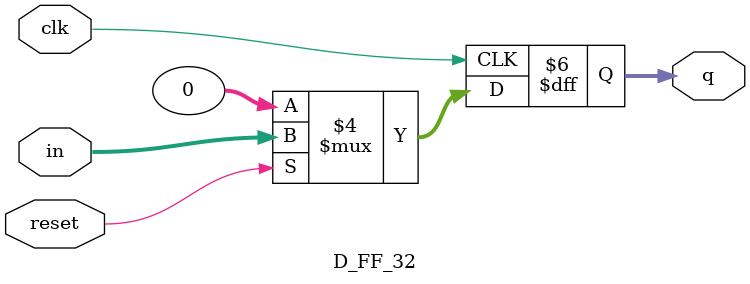
<source format=v>

module D_FF_32(q, in, clk, reset); //32bit delay for inputs
  	output [31:0] q;
  	input [31:0] in;
  	input clk, reset;

  	reg [31:0] q;

    	always @ (posedge clk)
  	  begin
      	   if(!reset)
             q <= 2'b0;
            else
             q <= in;
      end
endmodule
</source>
